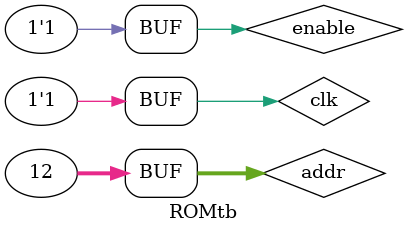
<source format=v>
`timescale 1ns / 1ps


module ROMtb();

//input[31:0] addr;
//input enable, clk;
//output reg [31:0] out;

wire [31:0] out;
reg [31:0] addr;
reg enable, clk;

//instant
ROM testRom(addr, enable, clk, out);

always begin
	#5; clk <= 0;
	#5; clk <= 1;
end

initial begin

//load first word
addr <= 0;
enable <= 1;
#5;

//enable <= 0;
#5;
//second word
enable <= 1;
addr <= 4;
#5;

//enable <= 0;
#5;
//third word
enable <= 1;
addr <=8;
#5;

//enable <= 0;
#5;
//fourth word
enable <= 1;
addr <= 12;
#5;
//enable <= 0;
end

endmodule

</source>
